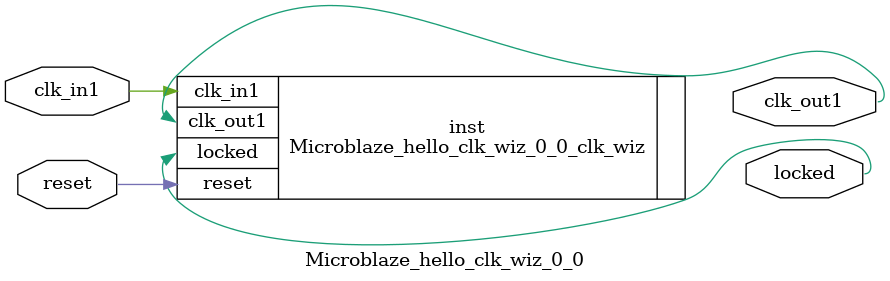
<source format=v>


`timescale 1ps/1ps

(* CORE_GENERATION_INFO = "Microblaze_hello_clk_wiz_0_0,clk_wiz_v6_0_4_0_0,{component_name=Microblaze_hello_clk_wiz_0_0,use_phase_alignment=true,use_min_o_jitter=false,use_max_i_jitter=false,use_dyn_phase_shift=false,use_inclk_switchover=false,use_dyn_reconfig=false,enable_axi=0,feedback_source=FDBK_AUTO,PRIMITIVE=MMCM,num_out_clk=1,clkin1_period=10.000,clkin2_period=10.000,use_power_down=false,use_reset=true,use_locked=true,use_inclk_stopped=false,feedback_type=SINGLE,CLOCK_MGR_TYPE=NA,manual_override=false}" *)

module Microblaze_hello_clk_wiz_0_0 
 (
  // Clock out ports
  output        clk_out1,
  // Status and control signals
  input         reset,
  output        locked,
 // Clock in ports
  input         clk_in1
 );

  Microblaze_hello_clk_wiz_0_0_clk_wiz inst
  (
  // Clock out ports  
  .clk_out1(clk_out1),
  // Status and control signals               
  .reset(reset), 
  .locked(locked),
 // Clock in ports
  .clk_in1(clk_in1)
  );

endmodule

</source>
